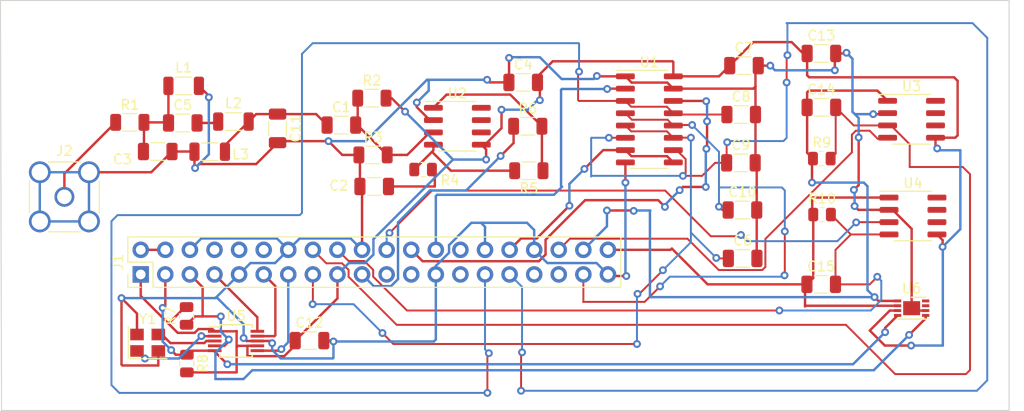
<source format=kicad_pcb>
(kicad_pcb (version 20211014) (generator pcbnew)
  (layers (0 "F.Cu" signal) (31 "B.Cu" signal) (34 "B.Paste" user) (35 "F.Paste" user) (36 "B.SilkS" user "B.Silkscreen") (37 "F.SilkS" user "F.Silkscreen") (38 "B.Mask" user) (39 "F.Mask" user) (44 "Edge.Cuts" user))
  (net 0 "")
  (net 1 "RFIN")
  (net 2 "Net-(C1-Pad2)")
  (net 3 "GND")
  (net 4 "Net-(C2-Pad2)")
  (net 5 "Net-(C3-Pad1)")
  (net 6 "+3V3")
  (net 7 "Net-(C5-Pad2)")
  (net 8 "MIXI+")
  (net 9 "MIXI-")
  (net 10 "MIXQ+")
  (net 11 "MIXQ-")
  (net 12 "Iout")
  (net 13 "I+")
  (net 14 "Qout")
  (net 15 "I-")
  (net 16 "+5V")
  (net 17 "I2C_SDA")
  (net 18 "I2C_SCL")
  (net 19 "CLK0")
  (net 22 "CLK1")
  (net 24 "CLK2")
  (net 25 "RFOUT")
  (net 27 "Q+")
  (net 29 "MIXCLK0")
  (net 30 "MIXCLK90")
  (net 35 "Q-")
  (net 36 "Net-(R4-Pad1)")
  (net 37 "Net-(R5-Pad1)")
  (net 38 "MIXIN")
  (net 39 "Net-(U5-Pad2)")
  (net 40 "Net-(U5-Pad3)")
  (net 43 "Net-(R1-Pad1)")
  (footprint "Crystal:Crystal_SMD_TXC_7M-4Pin_3.2x2.5mm" (layer "F.Cu") (at 87.98 114.18)
    (fp_text reference "Y1")
    (fp_text value "Crystal")
  )
  (footprint "Resistor_SMD:R_1206_3216Metric" (layer "F.Cu") (at 127.35 96.41 180)
    (fp_text reference "R5")
    (fp_text value "220")
  )
  (footprint "Capacitor_SMD:C_1206_3216Metric" (layer "F.Cu") (at 101.4 92.04 -90)
    (fp_text reference "C11")
    (fp_text value "16.50nF")
  )
  (footprint "Package_SO:SOIC-16_3.9x9.9mm_P1.27mm" (layer "F.Cu") (at 139.8 91.11)
    (fp_text reference "U1")
    (fp_text value "TS3A5017-phwllib")
  )
  (footprint "Capacitor_SMD:C_1206_3216Metric" (layer "F.Cu") (at 111.38 98.04)
    (fp_text reference "C2")
    (fp_text value "0.1uF")
  )
  (footprint "Package_SO:SOIC-8_3.9x4.9mm_P1.27mm" (layer "F.Cu") (at 167.03 101.09)
    (fp_text reference "U4")
    (fp_text value "bbb-rescue_THS4304-phwllib")
  )
  (footprint "Package_SO:SOIC-8_3.9x4.9mm_P1.27mm" (layer "F.Cu") (at 166.88 91.1)
    (fp_text reference "U3")
    (fp_text value "bbb-rescue_THS4304-phwllib")
  )
  (footprint "Resistor_SMD:R_0805_2012Metric" (layer "F.Cu") (at 116.43 96.29)
    (fp_text reference "R4")
    (fp_text value "47")
  )
  (footprint "Capacitor_SMD:C_1206_3216Metric" (layer "F.Cu") (at 157.57 89.87)
    (fp_text reference "C14")
    (fp_text value "3300pF")
  )
  (footprint "Inductor_SMD:L_1206_3216Metric" (layer "F.Cu") (at 94.39 94.45)
    (fp_text reference "L3")
    (fp_text value "30.90nH")
  )
  (footprint "Resistor_SMD:R_1206_3216Metric" (layer "F.Cu") (at 111.26 94.78)
    (fp_text reference "R3")
    (fp_text value "470")
  )
  (footprint "Capacitor_SMD:C_1206_3216Metric" (layer "F.Cu") (at 107.99 91.7)
    (fp_text reference "C1")
    (fp_text value "0.01uF")
  )
  (footprint "Capacitor_SMD:C_1206_3216Metric" (layer "F.Cu") (at 157.57 84.3)
    (fp_text reference "C13")
    (fp_text value "0.1uF")
  )
  (footprint "Resistor_SMD:R_0805_2012Metric" (layer "F.Cu") (at 157.64 100.94)
    (fp_text reference "R10")
    (fp_text value "10K")
  )
  (footprint "Capacitor_SMD:C_1206_3216Metric" (layer "F.Cu") (at 91.61 91.48)
    (fp_text reference "C5")
    (fp_text value "11.30pF")
  )
  (footprint "Inductor_SMD:L_1206_3216Metric" (layer "F.Cu") (at 91.7 87.65)
    (fp_text reference "L1")
    (fp_text value "30.90nH")
  )
  (footprint "Connector_Coaxial:SMA_Amphenol_132291-12_Vertical" (layer "F.Cu") (at 79.38 99.11)
    (fp_text reference "J2")
    (fp_text value "Conn_Coaxial")
  )
  (footprint "Resistor_SMD:R_0805_2012Metric" (layer "F.Cu") (at 157.61 95.16)
    (fp_text reference "R9")
    (fp_text value "10K")
  )
  (footprint "Capacitor_SMD:C_1206_3216Metric" (layer "F.Cu") (at 126.77 87.29)
    (fp_text reference "C4")
    (fp_text value "0.1uF")
  )
  (footprint "Inductor_SMD:L_1206_3216Metric" (layer "F.Cu") (at 96.84 91.34)
    (fp_text reference "L2")
    (fp_text value "45.30uH")
  )
  (footprint "Resistor_SMD:R_0805_2012Metric" (layer "F.Cu") (at 92.03 116.33 -90)
    (fp_text reference "R8")
    (fp_text value "4.7k")
  )
  (footprint "Resistor_SMD:R_1206_3216Metric" (layer "F.Cu") (at 111.14 88.92)
    (fp_text reference "R2")
    (fp_text value "470")
  )
  (footprint "Capacitor_SMD:C_1206_3216Metric" (layer "F.Cu") (at 149.415 100.47)
    (fp_text reference "C10")
    (fp_text value "0.1uF")
  )
  (footprint "Capacitor_SMD:C_1206_3216Metric" (layer "F.Cu") (at 149.285 90.61)
    (fp_text reference "C8")
    (fp_text value "0.1uF")
  )
  (footprint "Capacitor_SMD:C_1206_3216Metric" (layer "F.Cu") (at 157.55 108.15)
    (fp_text reference "C15")
    (fp_text value "3300pF")
  )
  (footprint "Package_DFN_QFN:DFN-8-1EP_3x2mm_P0.5mm_EP1.75x1.45mm" (layer "F.Cu") (at 166.89 110.61)
    (fp_text reference "U6")
    (fp_text value "MCP3426-xMC")
  )
  (footprint "Capacitor_SMD:C_1206_3216Metric" (layer "F.Cu") (at 89.02 94.43)
    (fp_text reference "C3")
    (fp_text value "16.50nF")
  )
  (footprint "Capacitor_SMD:C_1206_3216Metric" (layer "F.Cu") (at 149.255 95.6)
    (fp_text reference "C9")
    (fp_text value "0.1uF")
  )
  (footprint "Resistor_SMD:R_1206_3216Metric" (layer "F.Cu") (at 86.1375 91.42)
    (fp_text reference "R1")
    (fp_text value "50")
  )
  (footprint "Resistor_SMD:R_1206_3216Metric" (layer "F.Cu") (at 127.24 91.82)
    (fp_text reference "R6")
    (fp_text value "100")
  )
  (footprint "Resistor_SMD:R_0805_2012Metric" (layer "F.Cu") (at 92 111.41 90)
    (fp_text reference "R7")
    (fp_text value "4.7k")
  )
  (footprint "Capacitor_SMD:C_1206_3216Metric" (layer "F.Cu") (at 149.575 85.56)
    (fp_text reference "C7")
    (fp_text value "0.1uF")
  )
  (footprint "Capacitor_SMD:C_1206_3216Metric" (layer "F.Cu") (at 149.435 105.47)
    (fp_text reference "C6")
    (fp_text value "0.1uF")
  )
  (footprint "Package_SO:SOIC-8_3.9x4.9mm_P1.27mm" (layer "F.Cu") (at 119.97 91.82)
    (fp_text reference "U2")
    (fp_text value "THS4304-phwllib")
  )
  (footprint "Package_SO:MSOP-10_3x3mm_P0.5mm" (layer "F.Cu") (at 97.11 114)
    (fp_text reference "U5")
    (fp_text value "Si5351A-B-GT")
  )
  (footprint "Capacitor_SMD:C_1206_3216Metric" (layer "F.Cu") (at 104.7 113.96)
    (fp_text reference "C12")
    (fp_text value "0.1uF")
  )
  (footprint "Connector_PinHeader_2.54mm:PinHeader_2x20_P2.54mm_Vertical" (layer "F.Cu") (at 87.265 107.125 90)
    (fp_text reference "J1")
    (fp_text value "Conn_02x20_Odd_Even")
  )
  (gr_line (start 72.89 121.18) (end 176.96 121.18) (layer "Edge.Cuts") (width 0.1))
  (gr_line (start 176.96 121.18) (end 176.96 78.83) (layer "Edge.Cuts") (width 0.1))
  (gr_line (start 176.96 78.83) (end 72.78 78.83) (layer "Edge.Cuts") (width 0.1))
  (gr_line (start 72.78 78.83) (end 72.89 121.18) (layer "Edge.Cuts") (width 0.1))
  (segment (start 95.965 94.45) (end 95.965 93.79) (width 0.25) (layer "F.Cu") (net 1))
  (segment (start 99.19 90.565) (end 101.4 90.565) (width 0.25) (layer "F.Cu") (net 1))
  (segment (start 101.4 90.565) (end 105.38 90.565) (width 0.25) (layer "F.Cu") (net 1))
  (segment (start 95.965 93.79) (end 98.415 91.34) (width 0.25) (layer "F.Cu") (net 1))
  (segment (start 105.38 90.565) (end 106.515 91.7) (width 0.25) (layer "F.Cu") (net 1))
  (segment (start 98.415 91.34) (end 99.19 90.565) (width 0.25) (layer "F.Cu") (net 1))
  (segment (start 109.6775 88.92) (end 109.6775 91.4875) (width 0.25) (layer "F.Cu") (net 2))
  (segment (start 112.7225 94.78) (end 114.793928 94.78) (width 0.25) (layer "F.Cu") (net 2))
  (segment (start 109.465 91.7) (end 109.6425 91.7) (width 0.25) (layer "F.Cu") (net 2))
  (segment (start 117.118928 92.455) (end 117.495 92.455) (width 0.25) (layer "F.Cu") (net 2))
  (segment (start 109.6775 91.4875) (end 109.465 91.7) (width 0.25) (layer "F.Cu") (net 2))
  (segment (start 114.793928 94.78) (end 117.118928 92.455) (width 0.25) (layer "F.Cu") (net 2))
  (segment (start 109.6425 91.7) (end 112.7225 94.78) (width 0.25) (layer "F.Cu") (net 2))
  (segment (start 141.65048 87.31048) (end 137.97048 87.31048) (width 0.25) (layer "F.Cu") (net 3))
  (segment (start 109.905 98.04) (end 110.125 98.26) (width 0.25) (layer "F.Cu") (net 3))
  (segment (start 125.295 87.29) (end 123.31 87.29) (width 0.25) (layer "F.Cu") (net 3))
  (segment (start 99.31 114) (end 100.616393 114) (width 0.25) (layer "F.Cu") (net 3))
  (segment (start 135.69 107.29) (end 135.525 107.125) (width 0.25) (layer "F.Cu") (net 3))
  (segment (start 115.78 89.846072) (end 117.118928 91.185) (width 0.25) (layer "F.Cu") (net 3))
  (segment (start 137.325 95.555) (end 137.325 97.6345) (width 0.25) (layer "F.Cu") (net 3))
  (segment (start 94.3 88.83) (end 94.3 88.675) (width 0.25) (layer "F.Cu") (net 3))
  (segment (start 107.08 113.96) (end 107.17 114.05) (width 0.25) (layer "F.Cu") (net 3))
  (segment (start 150.89 105.45) (end 150.91 105.47) (width 0.25) (layer "F.Cu") (net 3))
  (segment (start 99.19048 95.72452) (end 93.29548 95.72452) (width 0.25) (layer "F.Cu") (net 3))
  (segment (start 93.29548 95.72452) (end 92.88 96.14) (width 0.25) (layer "F.Cu") (net 3))
  (segment (start 160.09 84.3) (end 160.16 84.23) (width 0.25) (layer "F.Cu") (net 3))
  (segment (start 150.76 85.85) (end 151.05 85.56) (width 0.25) (layer "F.Cu") (net 3))
  (segment (start 81.92 96.57) (end 88.355 96.57) (width 0.25) (layer "F.Cu") (net 3))
  (segment (start 159.045 84.3) (end 160.09 84.3) (width 0.25) (layer "F.Cu") (net 3))
  (segment (start 150.76 90.61) (end 150.76 95.57) (width 0.25) (layer "F.Cu") (net 3))
  (segment (start 150.89 95.76) (end 150.73 95.6) (width 0.25) (layer "F.Cu") (net 3))
  (segment (start 97.8945 113.7) (end 98.1945 114) (width 0.25) (layer "F.Cu") (net 3))
  (segment (start 150.545 87.935) (end 150.76 87.72) (width 0.25) (layer "F.Cu") (net 3))
  (segment (start 108.08 94.78) (end 109.7975 94.78) (width 0.25) (layer "F.Cu") (net 3))
  (segment (start 85.28 109.57) (end 85.28 116.43) (width 0.25) (layer "F.Cu") (net 3))
  (segment (start 109.7975 94.78) (end 109.905 94.8875) (width 0.25) (layer "F.Cu") (net 3))
  (segment (start 106.66 93.36) (end 108.08 94.78) (width 0.25) (layer "F.Cu") (net 3))
  (segment (start 164.555 100.455) (end 161.385 100.455) (width 0.25) (layer "F.Cu") (net 3))
  (segment (start 101.555 93.36) (end 101.4 93.515) (width 0.25) (layer "F.Cu") (net 3))
  (segment (start 88.355 96.57) (end 90.495 94.43) (width 0.25) (layer "F.Cu") (net 3))
  (segment (start 86.88 111.17) (end 86.88 113.33) (width 0.25) (layer "F.Cu") (net 3))
  (segment (start 90.495 94.43) (end 92.795 94.43) (width 0.25) (layer "F.Cu") (net 3))
  (segment (start 123.31 87.29) (end 123.04 87.02) (width 0.25) (layer "F.Cu") (net 3))
  (segment (start 85.28 109.57) (end 86.88 111.17) (width 0.25) (layer "F.Cu") (net 3))
  (segment (start 166.89 102.413928) (end 164.931072 100.455) (width 0.25) (layer "F.Cu") (net 3))
  (segment (start 85.38 116.53) (end 89.08 116.53) (width 0.25) (layer "F.Cu") (net 3))
  (segment (start 158.96 86.04) (end 158.96 84.385) (width 0.25) (layer "F.Cu") (net 3))
  (segment (start 92.815 96.075) (end 92.88 96.14) (width 0.25) (layer "F.Cu") (net 3))
  (segment (start 158.96 84.385) (end 159.045 84.3) (width 0.25) (layer "F.Cu") (net 3))
  (segment (start 98.1945 114) (end 99.31 114) (width 0.25) (layer "F.Cu") (net 3))
  (segment (start 100.616393 114) (end 100.840893 114.2245) (width 0.25) (layer "F.Cu") (net 3))
  (segment (start 161.385 100.455) (end 161 100.07) (width 0.25) (layer "F.Cu") (net 3))
  (segment (start 94.3 88.675) (end 93.275 87.65) (width 0.25) (layer "F.Cu") (net 3))
  (segment (start 89.08 116.53) (end 89.08 115.03) (width 0.25) (layer "F.Cu") (net 3))
  (segment (start 142.275 87.935) (end 141.65048 87.31048) (width 0.25) (layer "F.Cu") (net 3))
  (segment (start 150.89 100.47) (end 150.89 95.76) (width 0.25) (layer "F.Cu") (net 3))
  (segment (start 92.795 94.43) (end 92.815 94.45) (width 0.25) (layer "F.Cu") (net 3))
  (segment (start 125.31 87.275) (end 125.295 87.29) (width 0.25) (layer "F.Cu") (net 3))
  (segment (start 162.92 90.57) (end 164.3 90.57) (width 0.25) (layer "F.Cu") (net 3))
  (segment (start 151.05 85.56) (end 152.29 85.56) (width 0.25) (layer "F.Cu") (net 3))
  (segment (start 166.89 110.61) (end 166.89 102.413928) (width 0.25) (layer "F.Cu") (net 3))
  (segment (start 164.931072 100.455) (end 164.555 100.455) (width 0.25) (layer "F.Cu") (net 3))
  (segment (start 85.28 116.43) (end 85.38 116.53) (width 0.25) (layer "F.Cu") (net 3))
  (segment (start 167.14 110.86) (end 166.89 110.61) (width 0.25) (layer "F.Cu") (net 3))
  (segment (start 160.93 98.39) (end 161.42 97.9) (width 0.25) (layer "F.Cu") (net 3))
  (segment (start 150.76 95.57) (end 150.73 95.6) (width 0.25) (layer "F.Cu") (net 3))
  (segment (start 110.125 98.26) (end 110.125 104.585) (width 0.25) (layer "F.Cu") (net 3))
  (segment (start 92.815 94.45) (end 92.815 96.075) (width 0.25) (layer "F.Cu") (net 3))
  (segment (start 137.325 86.665) (end 134.415 86.665) (width 0.25) (layer "F.Cu") (net 3))
  (segment (start 137.325 97.6345) (end 137.33 97.6395) (width 0.25) (layer "F.Cu") (net 3))
  (segment (start 168.34 110.86) (end 167.14 110.86) (width 0.25) (layer "F.Cu") (net 3))
  (segment (start 142.275 87.935) (end 150.545 87.935) (width 0.25) (layer "F.Cu") (net 3))
  (segment (start 101.4 93.515) (end 99.19048 95.72452) (width 0.25) (layer "F.Cu") (net 3))
  (segment (start 106.175 113.96) (end 107.08 113.96) (width 0.25) (layer "F.Cu") (net 3))
  (segment (start 115.78 89.37) (end 115.78 89.846072) (width 0.25) (layer "F.Cu") (net 3))
  (segment (start 106.66 93.36) (end 101.555 93.36) (width 0.25) (layer "F.Cu") (net 3))
  (segment (start 137.42 107.29) (end 135.69 107.29) (width 0.25) (layer "F.Cu") (net 3))
  (segment (start 150.76 87.72) (end 150.76 85.85) (width 0.25) (layer "F.Cu") (net 3))
  (segment (start 109.905 94.8875) (end 109.905 98.04) (width 0.25) (layer "F.Cu") (net 3))
  (segment (start 117.118928 91.185) (end 117.495 91.185) (width 0.25) (layer "F.Cu") (net 3))
  (segment (start 161.42 97.9) (end 161.42 92.98) (width 0.25) (layer "F.Cu") (net 3))
  (segment (start 137.97048 87.31048) (end 137.325 86.665) (width 0.25) (layer "F.Cu") (net 3))
  (segment (start 134.415 86.665) (end 134.38 86.63) (width 0.25) (layer "F.Cu") (net 3))
  (segment (start 125.31 84.76) (end 125.31 87.275) (width 0.25) (layer "F.Cu") (net 3))
  (segment (start 150.89 100.47) (end 150.89 105.45) (width 0.25) (layer "F.Cu") (net 3))
  (segment (start 150.76 90.61) (end 150.76 87.72) (width 0.25) (layer "F.Cu") (net 3))
  (segment (start 164.3 90.57) (end 164.405 90.465) (width 0.25) (layer "F.Cu") (net 3))
  (via (at 152.29 85.56) (size 0.8) (drill 0.4) (layers "F.Cu" "B.Cu") (net 3))
  (via (at 160.16 84.23) (size 0.8) (drill 0.4) (layers "F.Cu" "B.Cu") (net 3))
  (via (at 134.38 86.63) (size 0.8) (drill 0.4) (layers "F.Cu" "B.Cu") (net 3))
  (via (at 107.17 114.05) (size 0.8) (drill 0.4) (layers "F.Cu" "B.Cu") (net 3))
  (via (at 123.04 87.02) (size 0.8) (drill 0.4) (layers "F.Cu" "B.Cu") (net 3))
  (via (at 115.78 89.37) (size 0.8) (drill 0.4) (layers "F.Cu" "B.Cu") (net 3))
  (via (at 137.33 97.6395) (size 0.8) (drill 0.4) (layers "F.Cu" "B.Cu") (net 3))
  (via (at 92.88 96.14) (size 0.8) (drill 0.4) (layers "F.Cu" "B.Cu") (net 3))
  (via (at 137.42 107.29) (size 0.8) (drill 0.4) (layers "F.Cu" "B.Cu") (net 3))
  (via (at 161 100.07) (size 0.8) (drill 0.4) (layers "F.Cu" "B.Cu") (net 3))
  (via (at 162.92 90.57) (size 0.8) (drill 0.4) (layers "F.Cu" "B.Cu") (net 3))
  (via (at 100.840893 114.2245) (size 0.8) (drill 0.4) (layers "F.Cu" "B.Cu") (net 3))
  (via (at 125.31 84.76) (size 0.8) (drill 0.4) (layers "F.Cu" "B.Cu") (net 3))
  (via (at 158.96 86.04) (size 0.8) (drill 0.4) (layers "F.Cu" "B.Cu") (net 3))
  (via (at 94.3 88.83) (size 0.8) (drill 0.4) (layers "F.Cu" "B.Cu") (net 3))
  (via (at 160.93 98.39) (size 0.8) (drill 0.4) (layers "F.Cu" "B.Cu") (net 3))
  (via (at 85.28 109.57) (size 0.8) (drill 0.4) (layers "F.Cu" "B.Cu") (net 3))
  (via (at 106.66 93.36) (size 0.8) (drill 0.4) (layers "F.Cu" "B.Cu") (net 3))
  (via (at 97.8945 113.7) (size 0.8) (drill 0.4) (layers "F.Cu" "B.Cu") (net 3))
  (via (at 161.42 92.98) (size 0.8) (drill 0.4) (layers "F.Cu" "B.Cu") (net 3))
  (segment (start 119.110489 104.098501) (end 121.41899 101.79) (width 0.25) (layer "B.Cu") (net 3))
  (segment (start 161 100.07) (end 161 98.46) (width 0.25) (layer "B.Cu") (net 3))
  (segment (start 123.04 87.02) (end 117.01 87.02) (width 0.25) (layer "B.Cu") (net 3))
  (segment (start 76.84 96.57) (end 76.84 101.65) (width 0.25) (layer "B.Cu") (net 3))
  (segment (start 95.085 109.465) (end 97.8945 112.2745) (width 0.25) (layer "B.Cu") (net 3))
  (segment (start 125.38 84.69) (end 125.31 84.76) (width 0.25) (layer "B.Cu") (net 3))
  (segment (start 160.16 84.23) (end 160.78 84.85) (width 0.25) (layer "B.Cu") (net 3))
  (segment (start 76.84 96.57) (end 81.92 96.57) (width 0.25) (layer "B.Cu") (net 3))
  (segment (start 117.01 87.02) (end 116.835386 87.02) (width 0.25) (layer "B.Cu") (net 3))
  (segment (start 117.745 107.125) (end 117.745 106.24601) (width 0.25) (layer "B.Cu") (net 3))
  (segment (start 130.82 86.94) (end 130.74 86.94) (width 0.25) (layer "B.Cu") (net 3))
  (segment (start 93.519511 103.410489) (end 101.330489 103.410489) (width 0.25) (layer "B.Cu") (net 3))
  (segment (start 117.745 106.24601) (end 119.110489 104.880521) (width 0.25) (layer "B.Cu") (net 3))
  (segment (start 152.77 86.04) (end 158.96 86.04) (width 0.25) (layer "B.Cu") (net 3))
  (segment (start 161.42 90.97) (end 161.02 90.57) (width 0.25) (layer "B.Cu") (net 3))
  (segment (start 117.01 87.02) (end 117.01 88.14) (width 0.25) (layer "B.Cu") (net 3))
  (segment (start 127.905 102.535) (end 127.16 101.79) (width 0.25) (layer "B.Cu") (net 3))
  (segment (start 137.33 107.2) (end 137.42 107.29) (width 0.25) (layer "B.Cu") (net 3))
  (segment (start 76.84 101.65) (end 81.92 101.65) (width 0.25) (layer "B.Cu") (net 3))
  (segment (start 110.495386 93.36) (end 106.66 93.36) (width 0.25) (layer "B.Cu") (net 3))
  (segment (start 134.350489 105.950489) (end 135.525 107.125) (width 0.25) (layer "B.Cu") (net 3))
  (segment (start 160.78 84.85) (end 160.78 90.33) (width 0.25) (layer "B.Cu") (net 3))
  (segment (start 121.41899 101.79) (end 122.58 101.79) (width 0.25) (layer "B.Cu") (net 3))
  (segment (start 98.599511 105.950489) (end 97.425 107.125) (width 0.25) (layer "B.Cu") (net 3))
  (segment (start 119.110489 104.880521) (end 119.110489 104.098501) (width 0.25) (layer "B.Cu") (net 3))
  (segment (start 160.78 90.33) (end 161.02 90.57) (width 0.25) (layer "B.Cu") (net 3))
  (segment (start 122.41 101.79) (end 122.825 102.205) (width 0.25) (layer "B.Cu") (net 3))
  (segment (start 92.88 96.14) (end 94.3 94.72) (width 0.25) (layer "B.Cu") (net 3))
  (segment (start 152.29 85.56) (end 152.77 86.04) (width 0.25) (layer "B.Cu") (net 3))
  (segment (start 103.679511 103.410489) (end 108.950489 103.410489) (width 0.25) (layer "B.Cu") (net 3))
  (segment (start 127.905 104.585) (end 129.270489 105.950489) (width 0.25) (layer "B.Cu") (net 3))
  (segment (start 134.07 86.94) (end 130.82 86.94) (width 0.25) (layer "B.Cu") (net 3))
  (segment (start 101.72 115.8) (end 107.11 115.8) (width 0.25) (layer "B.Cu") (net 3))
  (segment (start 134.38 86.63) (end 134.07 86.94) (width 0.25) (layer "B.Cu") (net 3))
  (segment (start 122.825 102.205) (end 122.825 104.585) (width 0.25) (layer "B.Cu") (net 3))
  (segment (start 117.54 114.05) (end 117.745 113.845) (width 0.25) (layer "B.Cu") (net 3))
  (segment (start 128.49 84.69) (end 125.38 84.69) (width 0.25) (layer "B.Cu") (net 3))
  (segment (start 94.98 109.57) (end 85.28 109.57) (width 0.25) (layer "B.Cu") (net 3))
  (segment (start 161 98.46) (end 160.93 98.39) (width 0.25) (layer "B.Cu") (net 3))
  (segment (start 102.505 104.585) (end 103.679511 103.410489) (width 0.25) (layer "B.Cu") (net 3))
  (segment (start 97.8945 112.2745) (end 97.8945 113.7) (width 0.25) (layer "B.Cu") (net 3))
  (segment (start 130.74 86.94) (end 128.49 84.69) (width 0.25) (layer "B.Cu") (net 3))
  (segment (start 117.01 88.14) (end 115.78 89.37) (width 0.25) (layer "B.Cu") (net 3))
  (segment (start 127.905 104.585) (end 127.905 102.535) (width 0.25) (layer "B.Cu") (net 3))
  (segment (start 107.17 114.05) (end 117.54 114.05) (width 0.25) (layer "B.Cu") (net 3))
  (segment (start 102.505 104.585) (end 101.139511 105.950489) (width 0.25) (layer "B.Cu") (net 3))
  (segment (start 95.085 109.465) (end 94.98 109.57) (width 0.25) (layer "B.Cu") (net 3))
  (segment (start 100.840893 114.2245) (end 100.840893 114.920893) (width 0.25) (layer "B.Cu") (net 3))
  (segment (start 108.950489 103.410489) (end 110.125 104.585) (width 0.25) (layer "B.Cu") (net 3))
  (segment (start 81.92 96.57) (end 81.92 101.65) (width 0.25) (layer "B.Cu") (net 3))
  (segment (start 107.11 115.8) (end 107.17 115.74) (width 0.25) (layer "B.Cu") (net 3))
  (segment (start 161.02 90.57) (end 162.92 90.57) (width 0.25) (layer "B.Cu") (net 3))
  (segment (start 117.745 113.845) (end 117.745 107.125) (width 0.25) (layer "B.Cu") (net 3))
  (segment (start 107.17 115.74) (end 107.17 114.05) (width 0.25) (layer "B.Cu") (net 3))
  (segment (start 161.42 92.98) (end 161.42 90.97) (width 0.25) (layer "B.Cu") (net 3))
  (segment (start 101.330489 103.410489) (end 102.505 104.585) (width 0.25) (layer "B.Cu") (net 3))
  (segment (start 97.425 107.125) (end 95.085 109.465) (width 0.25) (layer "B.Cu") (net 3))
  (segment (start 94.3 94.72) (end 94.3 88.83) (width 0.25) (layer "B.Cu") (net 3))
  (segment (start 116.835386 87.02) (end 110.495386 93.36) (width 0.25) (layer "B.Cu") (net 3))
  (segment (start 101.139511 105.950489) (end 98.599511 105.950489) (width 0.25) (layer "B.Cu") (net 3))
  (segment (start 137.33 97.6395) (end 137.33 107.2) (width 0.25) (layer "B.Cu") (net 3))
  (segment (start 92.345 104.585) (end 93.519511 103.410489) (width 0.25) (layer "B.Cu") (net 3))
  (segment (start 127.16 101.79) (end 122.41 101.79) (width 0.25) (layer "B.Cu") (net 3))
  (segment (start 100.840893 114.920893) (end 101.72 115.8) (width 0.25) (layer "B.Cu") (net 3))
  (segment (start 129.270489 105.950489) (end 134.350489 105.950489) (width 0.25) (layer "B.Cu") (net 3))
  (segment (start 117.64 98.04) (end 117.64 96.5875) (width 0.25) (layer "F.Cu") (net 4))
  (segment (start 117.64 96.5875) (end 117.3425 96.29) (width 0.25) (layer "F.Cu") (net 4))
  (segment (start 112.855 98.04) (end 117.64 98.04) (width 0.25) (layer "F.Cu") (net 4))
  (segment (start 90.075 91.42) (end 90.135 91.48) (width 0.25) (layer "F.Cu") (net 5))
  (segment (start 87.6 91.42) (end 90.075 91.42) (width 0.25) (layer "F.Cu") (net 5))
  (segment (start 90.125 87.65) (end 90.125 91.47) (width 0.25) (layer "F.Cu") (net 5))
  (segment (start 90.125 91.47) (end 90.135 91.48) (width 0.25) (layer "F.Cu") (net 5))
  (segment (start 87.6 91.42) (end 87.6 94.375) (width 0.25) (layer "F.Cu") (net 5))
  (segment (start 87.6 94.375) (end 87.545 94.43) (width 0.25) (layer "F.Cu") (net 5))
  (segment (start 154.5 83.13) (end 150.53 83.13) (width 0.25) (layer "F.Cu") (net 6))
  (segment (start 90.127693 112.202307) (end 91.084906 113.15952) (width 0.25) (layer "F.Cu") (net 6))
  (segment (start 169.355 93.935) (end 169.53 94.11) (width 0.25) (layer "F.Cu") (net 6))
  (segment (start 142.19 85.11) (end 142.275 85.195) (width 0.25) (layer "F.Cu") (net 6))
  (segment (start 97.17 117.22) (end 97.17 114.63) (width 0.25) (layer "F.Cu") (net 6))
  (segment (start 150.53 83.13) (end 148.1 85.56) (width 0.25) (layer "F.Cu") (net 6))
  (segment (start 98.310978 114.5) (end 98.285489 114.525489) (width 0.25) (layer "F.Cu") (net 6))
  (segment (start 128.49 87.535) (end 128.245 87.29) (width 0.25) (layer "F.Cu") (net 6))
  (segment (start 99.31 114.5) (end 98.310978 114.5) (width 0.25) (layer "F.Cu") (net 6))
  (segment (start 171.274511 86.764511) (end 171.64 87.13) (width 0.25) (layer "F.Cu") (net 6))
  (segment (start 92 110.4975) (end 91.8325 110.4975) (width 0.25) (layer "F.Cu") (net 6))
  (segment (start 156.304511 86.764511) (end 171.274511 86.764511) (width 0.25) (layer "F.Cu") (net 6))
  (segment (start 97.14 113) (end 94.91 113) (width 0.25) (layer "F.Cu") (net 6))
  (segment (start 164.63 110.86) (end 162.57 112.92) (width 0.25) (layer "F.Cu") (net 6))
  (segment (start 128.245 87.29) (end 128.245 86.685) (width 0.25) (layer "F.Cu") (net 6))
  (segment (start 92.03 117.2425) (end 97.1475 117.2425) (width 0.25) (layer "F.Cu") (net 6))
  (segment (start 102.087402 115.567212) (end 103.225 114.429614) (width 0.25) (layer "F.Cu") (net 6))
  (segment (start 156.095 84.3) (end 155.67 84.3) (width 0.25) (layer "F.Cu") (net 6))
  (segment (start 97.17 112.97) (end 97.14 113) (width 0.25) (layer "F.Cu") (net 6))
  (segment (start 99.31 114.5) (end 97.3 114.5) (width 0.25) (layer "F.Cu") (net 6))
  (segment (start 92.835866 113.15952) (end 93.229897 112.765489) (width 0.25) (layer "F.Cu") (net 6))
  (segment (start 146.995 86.665) (end 142.275 86.665) (width 0.25) (layer "F.Cu") (net 6))
  (segment (start 113.18 88.92) (end 114.57 90.31) (width 0.25) (layer "F.Cu") (net 6))
  (segment (start 171.64 92.76) (end 171.395 93.005) (width 0.25) (layer "F.Cu") (net 6))
  (segment (start 107.585 109.6) (end 103.225 113.96) (width 0.25) (layer "F.Cu") (net 6))
  (segment (start 98.285489 114.525489) (end 98.285489 115.474511) (width 0.25) (layer "F.Cu") (net 6))
  (segment (start 171.395 93.005) (end 169.355 93.005) (width 0.25) (layer "F.Cu") (net 6))
  (segment (start 148.1 85.56) (end 146.995 86.665) (width 0.25) (layer "F.Cu") (net 6))
  (segment (start 165.44 110.86) (end 164.63 110.86) (width 0.25) (layer "F.Cu") (net 6))
  (segment (start 91.084906 113.15952) (end 92.835866 113.15952) (width 0.25) (layer "F.Cu") (net 6))
  (segment (start 124.53 92.016072) (end 124.53 90.11) (width 0.25) (layer "F.Cu") (net 6))
  (segment (start 164.12 114.47) (end 166.84 114.47) (width 0.25) (layer "F.Cu") (net 6))
  (segment (start 122.445 93.725) (end 122.821072 93.725) (width 0.25) (layer "F.Cu") (net 6))
  (segment (start 103.225 114.429614) (end 103.225 113.96) (width 0.25) (layer "F.Cu") (net 6))
  (segment (start 162.57 112.92) (end 164.12 114.47) (width 0.25) (layer "F.Cu") (net 6))
  (segment (start 171.64 87.13) (end 171.64 92.76) (width 0.25) (layer "F.Cu") (net 6))
  (segment (start 112.6025 88.92) (end 113.18 88.92) (width 0.25) (layer "F.Cu") (net 6))
  (segment (start 107.585 107.125) (end 107.585 109.6) (width 0.25) (layer "F.Cu") (net 6))
  (segment (start 170.09 103.58) (end 169.505 102.995) (width 0.25) (layer "F.Cu") (net 6))
  (segment (start 170.09 104.28) (end 170.09 103.58) (width 0.25) (layer "F.Cu") (net 6))
  (segment (start 87.265 107.125) (end 87.265 109.339614) (width 0.25) (layer "F.Cu") (net 6))
  (segment (start 93.229897 112.765489) (end 94.675489 112.765489) (width 0.25) (layer "F.Cu") (net 6))
  (segment (start 87.265 109.339614) (end 90.127693 112.202307) (width 0.25) (layer "F.Cu") (net 6))
  (segment (start 97.1475 117.2425) (end 97.17 117.22) (width 0.25) (layer "F.Cu") (net 6))
  (segment (start 94.675489 112.765489) (end 94.91 113) (width 0.25) (layer "F.Cu") (net 6))
  (segment (start 122.94 94.22) (end 122.445 93.725) (width 0.25) (layer "F.Cu") (net 6))
  (segment (start 91.8325 110.4975) (end 90.127693 112.202307) (width 0.25) (layer "F.Cu") (net 6))
  (segment (start 97.3 114.5) (end 97.17 114.63) (width 0.25) (layer "F.Cu") (net 6))
  (segment (start 128.49 89.13) (end 128.49 87.535) (width 0.25) (layer "F.Cu") (net 6))
  (segment (start 155.67 84.3) (end 154.5 83.13) (width 0.25) (layer "F.Cu") (net 6))
  (segment (start 156.095 84.3) (end 156.095 86.555) (width 0.25) (layer "F.Cu") (net 6))
  (segment (start 122.94 95.26) (end 122.94 94.22) (width 0.25) (layer "F.Cu") (net 6))
  (segment (start 169.355 93.005) (end 169.355 93.935) (width 0.25) (layer "F.Cu") (net 6))
  (segment (start 129.82 85.11) (end 142.19 85.11) (width 0.25) (layer "F.Cu") (net 6))
  (segment (start 98.37819 115.567212) (end 102.087402 115.567212) (width 0.25) (layer "F.Cu") (net 6))
  (segment (start 122.821072 93.725) (end 124.53 92.016072) (width 0.25) (layer "F.Cu") (net 6))
  (segment (start 97.17 114.63) (end 97.17 112.97) (width 0.25) (layer "F.Cu") (net 6))
  (segment (start 128.245 86.685) (end 129.82 85.11) (width 0.25) (layer "F.Cu") (net 6))
  (segment (start 142.275 85.195) (end 142.275 86.665) (width 0.25) (layer "F.Cu") (net 6))
  (segment (start 156.095 86.555) (end 156.304511 86.764511) (width 0.25) (layer "F.Cu") (net 6))
  (segment (start 98.285489 115.474511) (end 98.37819 115.567212) (width 0.25) (layer "F.Cu") (net 6))
  (via (at 169.53 94.11) (size 0.8) (drill 0.4) (layers "F.Cu" "B.Cu") (net 6))
  (via (at 122.94 95.26) (size 0.8) (drill 0.4) (layers "F.Cu" "B.Cu") (net 6))
  (via (at 124.53 90.11) (size 0.8) (drill 0.4) (layers "F.Cu" "B.Cu") (net 6))
  (via (at 128.49 89.13) (size 0.8) (drill 0.4) (layers "F.Cu" "B.Cu") (net 6))
  (via (at 114.57 90.31) (size 0.8) (drill 0.4) (layers "F.Cu" "B.Cu") (net 6))
  (via (at 170.09 104.28) (size 0.8) (drill 0.4) (layers "F.Cu" "B.Cu") (net 6))
  (via (at 166.84 114.47) (size 0.8) (drill 0.4) (layers "F.Cu" "B.Cu") (net 6))
  (segment (start 124.53 90.11) (end 127.26 90.11) (width 0.25) (layer "B.Cu") (net 6))
  (segment (start 170.11 114.47) (end 170.11 104.3) (width 0.25) (layer "B.Cu") (net 6))
  (segment (start 127.26 90.11) (end 128.41 88.96) (width 0.25) (layer "B.Cu") (net 6))
  (segment (start 108.759511 105.950489) (end 107.585 107.125) (width 0.25) (layer "B.Cu") (net 6))
  (segment (start 111.299511 105.071499) (end 110.420521 105.950489) (width 0.25) (layer "B.Cu") (net 6))
  (segment (start 128.49 89.04) (end 128.49 89.13) (width 0.25) (layer "B.Cu") (net 6))
  (segment (start 166.84 114.47) (end 170.11 114.47) (width 0.25) (layer "B.Cu") (net 6))
  (segment (start 169.53 94.11) (end 169.72 94.3) (width 0.25) (layer "B.Cu") (net 6))
  (segment (start 171.92 102.45) (end 170.09 104.28) (width 0.25) (layer "B.Cu") (net 6))
  (segment (start 169.72 94.3) (end 171.92 94.3) (width 0.25) (layer "B.Cu") (net 6))
  (segment (start 110.420521 105.950489) (end 108.759511 105.950489) (width 0.25) (layer "B.Cu") (net 6))
  (segment (start 170.11 104.3) (end 170.09 104.28) (width 0.25) (layer "B.Cu") (net 6))
  (segment (start 171.92 94.3) (end 171.92 102.45) (width 0.25) (layer "B.Cu") (net 6))
  (segment (start 128.41 88.96) (end 128.49 89.04) (width 0.25) (layer "B.Cu") (net 6))
  (segment (start 119.52 95.26) (end 122.94 95.26) (width 0.25) (layer "B.Cu") (net 6))
  (segment (start 119.52 95.26) (end 111.299511 103.480489) (width 0.25) (layer "B.Cu") (net 6))
  (segment (start 114.57 90.31) (end 119.52 95.26) (width 0.25) (layer "B.Cu") (net 6))
  (segment (start 111.299511 103.480489) (end 111.299511 105.071499) (width 0.25) (layer "B.Cu") (net 6))
  (segment (start 93.085 91.48) (end 95.125 91.48) (width 0.25) (layer "F.Cu") (net 7))
  (segment (start 95.125 91.48) (end 95.265 91.34) (width 0.25) (layer "F.Cu") (net 7))
  (segment (start 105.045 110.175) (end 105.02 110.2) (width 0.2) (layer "F.Cu") (net 8))
  (segment (start 141.60452 92.34452) (end 142.275 93.015) (width 0.2) (layer "F.Cu") (net 8))
  (segment (start 142.29 93) (end 142.275 93.015) (width 0.2) (layer "F.Cu") (net 8))
  (segment (start 113.36 114.31) (end 138.52 114.31) (width 0.2) (layer "F.Cu") (net 8))
  (segment (start 137.92452 92.34452) (end 141.60452 92.34452) (width 0.2) (layer "F.Cu") (net 8))
  (segment (start 137.325 91.745) (end 137.92452 92.34452) (width 0.2) (layer "F.Cu") (net 8))
  (segment (start 105.045 107.125) (end 105.045 110.175) (width 0.2) (layer "F.Cu") (net 8))
  (segment (start 147.96 105.47) (end 146.76 105.47) (width 0.2) (layer "F.Cu") (net 8))
  (segment (start 138.58 109.13) (end 138.76 109.13) (width 0.2) (layer "F.Cu") (net 8))
  (segment (start 112.23 113.18) (end 113.36 114.31) (width 0.2) (layer "F.Cu") (net 8))
  (segment (start 144.09 93) (end 142.29 93) (width 0.2) (layer "F.Cu") (net 8))
  (segment (start 146.76 105.47) (end 146.71 105.42) (width 0.2) (layer "F.Cu") (net 8))
  (segment (start 138.76 109.13) (end 141.2 106.69) (width 0.2) (layer "F.Cu") (net 8))
  (via (at 112.23 113.18) (size 0.8) (drill 0.4) (layers "F.Cu" "B.Cu") (net 8))
  (via (at 105.02 110.2) (size 0.8) (drill 0.4) (layers "F.Cu" "B.Cu") (net 8))
  (via (at 144.09 93) (size 0.8) (drill 0.4) (layers "F.Cu" "B.Cu") (net 8))
  (via (at 146.71 105.42) (size 0.8) (drill 0.4) (layers "F.Cu" "B.Cu") (net 8))
  (via (at 138.52 114.31) (size 0.8) (drill 0.4) (layers "F.Cu" "B.Cu") (net 8))
  (via (at 138.58 109.13) (size 0.8) (drill 0.4) (layers "F.Cu" "B.Cu") (net 8))
  (via (at 141.2 106.69) (size 0.8) (drill 0.4) (layers "F.Cu" "B.Cu") (net 8))
  (segment (start 141.2 106.69) (end 144.09 103.8) (width 0.2) (layer "B.Cu") (net 8))
  (segment (start 138.52 109.19) (end 138.58 109.13) (width 0.2) (layer "B.Cu") (net 8))
  (segment (start 105.02 110.2) (end 109.25 110.2) (width 0.2) (layer "B.Cu") (net 8))
  (segment (start 138.52 114.31) (end 138.52 109.19) (width 0.2) (layer "B.Cu") (net 8))
  (segment (start 144.09 102.8) (end 144.09 93) (width 0.2) (layer "B.Cu") (net 8))
  (segment (start 146.71 105.42) (end 144.09 102.8) (width 0.2) (layer "B.Cu") (net 8))
  (segment (start 144.09 103.8) (end 144.09 102.8) (width 0.2) (layer "B.Cu") (net 8))
  (segment (start 109.25 110.2) (end 112.23 113.18) (width 0.2) (layer "B.Cu") (net 8))
  (segment (start 142.41 90.61) (end 142.275 90.475) (width 0.2) (layer "F.Cu") (net 9))
  (segment (start 132.44 89.12) (end 132.44 86.28) (width 0.2) (layer "F.Cu") (net 9))
  (segment (start 147.81 90.61) (end 142.41 90.61) (width 0.2) (layer "F.Cu") (net 9))
  (segment (start 141.60452 89.80452) (end 142.275 90.475) (width 0.2) (layer "F.Cu") (net 9))
  (segment (start 137.92452 89.80452) (end 141.60452 89.80452) (width 0.2) (layer "F.Cu") (net 9))
  (segment (start 123.07 115.41) (end 123.22 115.26) (width 0.2) (layer "F.Cu") (net 9))
  (segment (start 123.07 119.36) (end 123.07 115.41) (width 0.2) (layer "F.Cu") (net 9))
  (segment (start 137.325 89.205) (end 132.525 89.205) (width 0.2) (layer "F.Cu") (net 9))
  (segment (start 132.525 89.205) (end 132.44 89.12) (width 0.2) (layer "F.Cu") (net 9))
  (segment (start 132.44 86.28) (end 132.54 86.18) (width 0.2) (layer "F.Cu") (net 9))
  (segment (start 137.325 89.205) (end 137.92452 89.80452) (width 0.2) (layer "F.Cu") (net 9))
  (via (at 123.22 115.26) (size 0.8) (drill 0.4) (layers "F.Cu" "B.Cu") (net 9))
  (via (at 123.07 119.36) (size 0.8) (drill 0.4) (layers "F.Cu" "B.Cu") (net 9))
  (via (at 132.54 86.18) (size 0.8) (drill 0.4) (layers "F.Cu" "B.Cu") (net 9))
  (segment (start 132.54 83.29) (end 132.49 83.24) (width 0.2) (layer "B.Cu") (net 9))
  (segment (start 84.87 101) (end 84.24 101.63) (width 0.2) (layer "B.Cu") (net 9))
  (segment (start 103.69 101) (end 84.87 101) (width 0.2) (layer "B.Cu") (net 9))
  (segment (start 84.24 101.63) (end 84.24 118.55) (width 0.2) (layer "B.Cu") (net 9))
  (segment (start 132.54 86.18) (end 132.54 83.29) (width 0.2) (layer "B.Cu") (net 9))
  (segment (start 105.03 83.24) (end 104.03 84.24) (width 0.2) (layer "B.Cu") (net 9))
  (segment (start 122.825 114.865) (end 122.825 107.125) (width 0.2) (layer "B.Cu") (net 9))
  (segment (start 84.24 118.55) (end 85.05 119.36) (width 0.2) (layer "B.Cu") (net 9))
  (segment (start 104.03 84.24) (end 103.92 84.35) (width 0.2) (layer "B.Cu") (net 9))
  (segment (start 132.49 83.24) (end 105.03 83.24) (width 0.2) (layer "B.Cu") (net 9))
  (segment (start 103.92 100.77) (end 103.69 101) (width 0.2) (layer "B.Cu") (net 9))
  (segment (start 103.92 84.35) (end 103.92 100.77) (width 0.2) (layer "B.Cu") (net 9))
  (segment (start 123.22 115.26) (end 122.825 114.865) (width 0.2) (layer "B.Cu") (net 9))
  (segment (start 85.05 119.36) (end 123.07 119.36) (width 0.2) (layer "B.Cu") (net 9))
  (segment (start 126.55 115.27) (end 126.65 115.17) (width 0.2) (layer "F.Cu") (net 10))
  (segment (start 143.54952 95.218803) (end 143.54952 96.66048) (width 0.2) (layer "F.Cu") (net 10))
  (segment (start 137.32 93.01) (end 137.325 93.015) (width 0.2) (layer "F.Cu") (net 10))
  (segment (start 145.25 96.94) (end 143.27 96.94) (width 0.2) (layer "F.Cu") (net 10))
  (segment (start 147.78 95.6) (end 147.78 93.53) (width 0.2) (layer "F.Cu") (net 10))
  (segment (start 146.54 95.65) (end 145.25 96.94) (width 0.2) (layer "F.Cu") (net 10))
  (segment (start 143.54952 96.66048) (end 143.27 96.94) (width 0.2) (layer "F.Cu") (net 10))
  (segment (start 147.78 95.6) (end 146.59 95.6) (width 0.2) (layer "F.Cu") (net 10))
  (segment (start 147.78 93.53) (end 147.84 93.47) (width 0.2) (layer "F.Cu") (net 10))
  (segment (start 142.275 94.285) (end 142.615717 94.285) (width 0.2) (layer "F.Cu") (net 10))
  (segment (start 153.98 87.3) (end 153.98 84.56) (width 0.2) (layer "F.Cu") (net 10))
  (segment (start 142.615717 94.285) (end 143.54952 95.218803) (width 0.2) (layer "F.Cu") (net 10))
  (segment (start 135.62 93.01) (end 137.32 93.01) (width 0.2) (layer "F.Cu") (net 10))
  (segment (start 153.98 84.56) (end 154.06 84.48) (width 0.2) (layer "F.Cu") (net 10))
  (segment (start 126.55 119.14) (end 126.55 115.27) (width 0.2) (layer "F.Cu") (net 10))
  (segment (start 146.59 95.6) (end 146.54 95.65) (width 0.2) (layer "F.Cu") (net 10))
  (via (at 153.98 87.3) (size 0.8) (drill 0.4) (layers "F.Cu" "B.Cu") (net 10))
  (via (at 126.55 119.14) (size 0.8) (drill 0.4) (layers "F.Cu" "B.Cu") (net 10))
  (via (at 147.84 93.47) (size 0.8) (drill 0.4) (layers "F.Cu" "B.Cu") (net 10))
  (via (at 143.27 96.94) (size 0.8) (drill 0.4) (layers "F.Cu" "B.Cu") (net 10))
  (via (at 154.06 84.48) (size 0.8) (drill 0.4) (layers "F.Cu" "B.Cu") (net 10))
  (via (at 126.65 115.17) (size 0.8) (drill 0.4) (layers "F.Cu" "B.Cu") (net 10))
  (via (at 135.62 93.01) (size 0.8) (drill 0.4) (layers "F.Cu" "B.Cu") (net 10))
  (segment (start 174.7 118.07) (end 173.63 119.14) (width 0.2) (layer "B.Cu") (net 10))
  (segment (start 133.79 93.04) (end 133.82 93.01) (width 0.2) (layer "B.Cu") (net 10))
  (segment (start 126.65 115.17) (end 126.65 108.41) (width 0.2) (layer "B.Cu") (net 10))
  (segment (start 133.82 93.01) (end 135.62 93.01) (width 0.2) (layer "B.Cu") (net 10))
  (segment (start 133.79 97) (end 133.79 93.04) (width 0.2) (layer "B.Cu") (net 10))
  (segment (start 153.65 93.35) (end 153.98 93.02) (width 0.2) (layer "B.Cu") (net 10))
  (segment (start 173.18 81.17) (end 174.7 82.69) (width 0.2) (layer "B.Cu") (net 10))
  (segment (start 154.06 81.25) (end 153.98 81.17) (width 0.2) (layer "B.Cu") (net 10))
  (segment (start 126.65 108.41) (end 125.365 107.125) (width 0.2) (layer "B.Cu") (net 10))
  (segment (start 147.84 93.47) (end 147.96 93.35) (width 0.2) (layer "B.Cu") (net 10))
  (segment (start 143.27 96.94) (end 133.85 96.94) (width 0.2) (layer "B.Cu") (net 10))
  (segment (start 153.98 93.02) (end 153.98 87.3) (width 0.2) (layer "B.Cu") (net 10))
  (segment (start 154.06 84.48) (end 154.06 81.25) (width 0.2) (layer "B.Cu") (net 10))
  (segment (start 133.85 96.94) (end 133.79 97) (width 0.2) (layer "B.Cu") (net 10))
  (segment (start 174.7 82.69) (end 174.7 118.07) (width 0.2) (layer "B.Cu") (net 10))
  (segment (start 147.96 93.35) (end 153.65 93.35) (width 0.2) (layer "B.Cu") (net 10))
  (segment (start 173.63 119.14) (end 126.55 119.14) (width 0.2) (layer "B.Cu") (net 10))
  (segment (start 153.98 81.17) (end 173.18 81.17) (width 0.2) (layer "B.Cu") (net 10))
  (segment (start 140.91 108.36) (end 139.31 109.96) (width 0.2) (layer "F.Cu") (net 11))
  (segment (start 132.97 109.96) (end 132.985 109.945) (width 0.2) (layer "F.Cu") (net 11))
  (segment (start 132.985 109.945) (end 132.985 107.125) (width 0.2) (layer "F.Cu") (net 11))
  (segment (start 141.67548 91.14548) (end 137.99548 91.14548) (width 0.2) (layer "F.Cu") (net 11))
  (segment (start 142.33 91.69) (end 142.275 91.745) (width 0.2) (layer "F.Cu") (net 11))
  (segment (start 153.79 102.68) (end 153.79 107.19) (width 0.2) (layer "F.Cu") (net 11))
  (segment (start 142.275 91.745) (end 141.67548 91.14548) (width 0.2) (layer "F.Cu") (net 11))
  (segment (start 147.94 100.47) (end 147.33 100.47) (width 0.2) (layer "F.Cu") (net 11))
  (segment (start 144.22 91.69) (end 142.33 91.69) (width 0.2) (layer "F.Cu") (net 11))
  (segment (start 137.99548 91.14548) (end 137.325 90.475) (width 0.2) (layer "F.Cu") (net 11))
  (segment (start 147.33 100.47) (end 146.99 100.13) (width 0.2) (layer "F.Cu") (net 11))
  (segment (start 139.31 109.96) (end 132.97 109.96) (width 0.2) (layer "F.Cu") (net 11))
  (segment (start 153.79 107.19) (end 153.76 107.22) (width 0.2) (layer "F.Cu") (net 11))
  (via (at 153.76 107.22) (size 0.8) (drill 0.4) (layers "F.Cu" "B.Cu") (net 11))
  (via (at 146.99 100.13) (size 0.8) (drill 0.4) (layers "F.Cu" "B.Cu") (net 11))
  (via (at 144.22 91.69) (size 0.8) (drill 0.4) (layers "F.Cu" "B.Cu") (net 11))
  (via (at 140.91 108.36) (size 0.8) (drill 0.4) (layers "F.Cu" "B.Cu") (net 11))
  (via (at 153.79 102.68) (size 0.8) (drill 0.4) (layers "F.Cu" "B.Cu") (net 11))
  (segment (start 153.62 107.36) (end 142.48 107.36) (width 0.2) (layer "B.Cu") (net 11))
  (segment (start 153.59 98.25) (end 153.79 98.45) (width 0.2) (layer "B.Cu") (net 11))
  (segment (start 146.99 98.14) (end 146.99 94.46) (width 0.2) (layer "B.Cu") (net 11))
  (segment (start 153.79 98.45) (end 153.79 102.68) (width 0.2) (layer "B.Cu") (net 11))
  (segment (start 146.99 94.46) (end 144.22 91.69) (width 0.2) (layer "B.Cu") (net 11))
  (segment (start 153.76 107.22) (end 153.62 107.36) (width 0.2) (layer "B.Cu") (net 11))
  (segment (start 146.99 100.13) (end 146.99 98.14) (width 0.2) (layer "B.Cu") (net 11))
  (segment (start 142.48 107.36) (end 141.91 107.36) (width 0.2) (layer "B.Cu") (net 11))
  (segment (start 153.48 98.14) (end 153.59 98.25) (width 0.2) (layer "B.Cu") (net 11))
  (segment (start 146.99 98.14) (end 153.48 98.14) (width 0.2) (layer "B.Cu") (net 11))
  (segment (start 141.91 107.36) (end 140.91 108.36) (width 0.2) (layer "B.Cu") (net 11))
  (segment (start 163.35 88.14) (end 164.405 89.195) (width 0.25) (layer "F.Cu") (net 12))
  (segment (start 163.4455 109.86) (end 163.0555 109.47) (width 0.25) (layer "F.Cu") (net 12))
  (segment (start 156.095 94.5575) (end 156.6975 95.16) (width 0.25) (layer "F.Cu") (net 12))
  (segment (start 136.47 100.52) (end 135.42 100.52) (width 0.25) (layer "F.Cu") (net 12))
  (segment (start 156.095 89.87) (end 156.095 94.5575) (width 0.25) (layer "F.Cu") (net 12))
  (segment (start 138.18 100.56) (end 138.14 100.52) (width 0.25) (layer "F.Cu") (net 12))
  (segment (start 156.095 89.87) (end 156.095 88.325) (width 0.25) (layer "F.Cu") (net 12))
  (segment (start 156.28 88.14) (end 163.35 88.14) (width 0.25) (layer "F.Cu") (net 12))
  (segment (start 138.14 100.52) (end 136.47 100.52) (width 0.25) (layer "F.Cu") (net 12))
  (segment (start 156.6 97.64) (end 156.6 95.2575) (width 0.25) (layer "F.Cu") (net 12))
  (segment (start 165.44 109.86) (end 163.4455 109.86) (width 0.25) (layer "F.Cu") (net 12))
  (segment (start 156.6 95.2575) (end 156.6975 95.16) (width 0.25) (layer "F.Cu") (net 12))
  (segment (start 156.095 88.325) (end 156.28 88.14) (width 0.25) (layer "F.Cu") (net 12))
  (via (at 135.42 100.52) (size 0.8) (drill 0.4) (layers "F.Cu" "B.Cu") (net 12))
  (via (at 138.18 100.56) (size 0.8) (drill 0.4) (layers "F.Cu" "B.Cu") (net 12))
  (via (at 163.0555 109.47) (size 0.8) (drill 0.4) (layers "F.Cu" "B.Cu") (net 12))
  (via (at 156.6 97.64) (size 0.8) (drill 0.4) (layers "F.Cu" "B.Cu") (net 12))
  (segment (start 161.95 97.64) (end 156.6 97.64) (width 0.25) (layer "B.Cu") (net 12))
  (segment (start 138.22 100.52) (end 138.18 100.56) (width 0.25) (layer "B.Cu") (net 12))
  (segment (start 139.86 109.39) (end 139.86 100.56) (width 0.25) (layer "B.Cu") (net 12))
  (segment (start 162.33 108.7445) (end 162.33 98.02) (width 0.25) (layer "B.Cu") (net 12))
  (segment (start 139.9 100.52) (end 138.22 100.52) (width 0.25) (layer "B.Cu") (net 12))
  (segment (start 135.42 102.15) (end 132.985 104.585) (width 0.25) (layer "B.Cu") (net 12))
  (segment (start 163.0555 109.47) (end 162.33 108.7445) (width 0.25) (layer "B.Cu") (net 12))
  (segment (start 139.86 100.56) (end 139.9 100.52) (width 0.25) (layer "B.Cu") (net 12))
  (segment (start 139.94 109.47) (end 139.86 109.39) (width 0.25) (layer "B.Cu") (net 12))
  (segment (start 162.33 98.02) (end 161.95 97.64) (width 0.25) (layer "B.Cu") (net 12))
  (segment (start 163.0555 109.47) (end 139.94 109.47) (width 0.25) (layer "B.Cu") (net 12))
  (segment (start 135.42 100.52) (end 135.42 102.15) (width 0.25) (layer "B.Cu") (net 12))
  (segment (start 106.435489 105.975489) (end 108.061144 105.975489) (width 0.2) (layer "F.Cu") (net 13))
  (segment (start 105.045 104.585) (end 106.435489 105.975489) (width 0.2) (layer "F.Cu") (net 13))
  (segment (start 159.045 89.87) (end 159.045 94.6375) (width 0.2) (layer "F.Cu") (net 13))
  (segment (start 166.69 96.03) (end 166.69 93.679283) (width 0.2) (layer "F.Cu") (net 13))
  (segment (start 166.69 93.679283) (end 164.745717 91.735) (width 0.2) (layer "F.Cu") (net 13))
  (segment (start 164.745717 91.735) (end 164.405 91.735) (width 0.2) (layer "F.Cu") (net 13))
  (segment (start 159.045 89.87) (end 160.91 91.735) (width 0.2) (layer "F.Cu") (net 13))
  (segment (start 160.91 91.735) (end 164.405 91.735) (width 0.2) (layer "F.Cu") (net 13))
  (segment (start 172.92 96.77) (end 172.18 96.03) (width 0.2) (layer "F.Cu") (net 13))
  (segment (start 108.734511 106.648856) (end 108.734511 107.364511) (width 0.2) (layer "F.Cu") (net 13))
  (segment (start 172.5 117.42) (end 172.92 117) (width 0.2) (layer "F.Cu") (net 13))
  (segment (start 108.734511 107.364511) (end 113.7 112.33) (width 0.2) (layer "F.Cu") (net 13))
  (segment (start 113.7 112.33) (end 160.1 112.33) (width 0.2) (layer "F.Cu") (net 13))
  (segment (start 108.061144 105.975489) (end 108.734511 106.648856) (width 0.2) (layer "F.Cu") (net 13))
  (segment (start 165.19 117.42) (end 172.5 117.42) (width 0.2) (layer "F.Cu") (net 13))
  (segment (start 160.1 112.33) (end 165.19 117.42) (width 0.2) (layer "F.Cu") (net 13))
  (segment (start 172.92 117) (end 172.92 96.77) (width 0.2) (layer "F.Cu") (net 13))
  (segment (start 159.045 94.6375) (end 158.5225 95.16) (width 0.2) (layer "F.Cu") (net 13))
  (segment (start 172.18 96.03) (end 166.69 96.03) (width 0.2) (layer "F.Cu") (net 13))
  (segment (start 142.12 104.45) (end 141.985 104.585) (width 0.25) (layer "F.Cu") (net 14))
  (segment (start 156.62 100.8325) (end 156.7275 100.94) (width 0.25) (layer "F.Cu") (net 14))
  (segment (start 156.62 99.25) (end 156.62 100.8325) (width 0.25) (layer "F.Cu") (net 14))
  (segment (start 155.88 110.43) (end 155.88 108.345) (width 0.25) (layer "F.Cu") (net 14))
  (segment (start 155.95 110.36) (end 155.88 110.43) (width 0.25) (layer "F.Cu") (net 14))
  (segment (start 155.88 108.345) (end 156.075 108.15) (width 0.25) (layer "F.Cu") (net 14))
  (segment (start 145.82 108.15) (end 142.12 104.45) (width 0.25) (layer "F.Cu") (net 14))
  (segment (start 164.555 99.185) (end 156.685 99.185) (width 0.25) (layer "F.Cu") (net 14))
  (segment (start 156.685 99.185) (end 156.62 99.25) (width 0.25) (layer "F.Cu") (net 14))
  (segment (start 156.7275 100.94) (end 156.7275 107.4975) (width 0.25) (layer "F.Cu") (net 14))
  (segment (start 141.985 104.585) (end 135.525 104.585) (width 0.25) (layer "F.Cu") (net 14))
  (segment (start 156.7275 107.4975) (end 156.075 108.15) (width 0.25) (layer "F.Cu") (net 14))
  (segment (start 156.075 108.15) (end 145.82 108.15) (width 0.25) (layer "F.Cu") (net 14))
  (segment (start 165.44 110.36) (end 155.95 110.36) (width 0.25) (layer "F.Cu") (net 14))
  (segment (start 111.274511 106.648856) (end 111.274511 107.360166) (width 0.2) (layer "F.Cu") (net 15))
  (segment (start 162.56 108.15) (end 159.025 108.15) (width 0.2) (layer "F.Cu") (net 15))
  (segment (start 108.734511 105.734511) (end 110.360166 105.734511) (width 0.2) (layer "F.Cu") (net 15))
  (segment (start 111.274511 107.360166) (end 114.764345 110.85) (width 0.2) (layer "F.Cu") (net 15))
  (segment (start 159.025 108.15) (end 159.025 104.585) (width 0.2) (layer "F.Cu") (net 15))
  (segment (start 160.6075 102.995) (end 160.615 102.995) (width 0.2) (layer "F.Cu") (net 15))
  (segment (start 159.025 104.585) (end 160.615 102.995) (width 0.2) (layer "F.Cu") (net 15))
  (segment (start 110.360166 105.734511) (end 111.274511 106.648856) (width 0.2) (layer "F.Cu") (net 15))
  (segment (start 158.5525 100.94) (end 160.6075 102.995) (width 0.2) (layer "F.Cu") (net 15))
  (segment (start 163.34 107.37) (end 162.56 108.15) (width 0.2) (layer "F.Cu") (net 15))
  (segment (start 107.585 104.585) (end 108.734511 105.734511) (width 0.2) (layer "F.Cu") (net 15))
  (segment (start 114.764345 110.85) (end 153.23 110.85) (width 0.2) (layer "F.Cu") (net 15))
  (segment (start 160.615 102.995) (end 164.555 102.995) (width 0.2) (layer "F.Cu") (net 15))
  (via (at 153.23 110.85) (size 0.8) (drill 0.4) (layers "F.Cu" "B.Cu") (net 15))
  (via (at 163.34 107.37) (size 0.8) (drill 0.4) (layers "F.Cu" "B.Cu") (net 15))
  (segment (start 162.664759 110.85) (end 163.755011 109.759748) (width 0.2) (layer "B.Cu") (net 15))
  (segment (start 153.23 110.85) (end 162.664759 110.85) (width 0.2) (layer "B.Cu") (net 15))
  (segment (start 163.755011 107.785011) (end 163.34 107.37) (width 0.2) (layer "B.Cu") (net 15))
  (segment (start 163.755011 109.759748) (end 163.755011 107.785011) (width 0.2) (layer "B.Cu") (net 15))
  (segment (start 87.265 104.585) (end 89.805 104.585) (width 0.25) (layer "F.Cu") (net 16))
  (segment (start 94.91 115) (end 94.91 115.1) (width 0.25) (layer "F.Cu") (net 17))
  (segment (start 164.15 113.09) (end 164.15 112.65) (width 0.25) (layer "F.Cu") (net 17))
  (segment (start 92.4475 115) (end 94.91 115) (width 0.25) (layer "F.Cu") (net 17))
  (segment (start 89.53 110.58) (end 89.805 110.305) (width 0.25) (layer "F.Cu") (net 17))
  (segment (start 90.888489 115.4175) (end 90.41 114.939011) (width 0.25) (layer "F.Cu") (net 17))
  (segment (start 89.805 110.305) (end 89.805 107.125) (width 0.25) (layer "F.Cu") (net 17))
  (segment (start 94.91 115.1) (end 96.21 116.4) (width 0.25) (layer "F.Cu") (net 17))
  (segment (start 92.03 115.4175) (end 92.4475 115) (width 0.25) (layer "F.Cu") (net 17))
  (segment (start 92.03 115.4175) (end 90.888489 115.4175) (width 0.25) (layer "F.Cu") (net 17))
  (segment (start 164.15 112.65) (end 165.44 111.36) (width 0.25) (layer "F.Cu") (net 17))
  (via (at 90.41 114.939011) (size 0.8) (drill 0.4) (layers "F.Cu" "B.Cu") (net 17))
  (via (at 89.53 110.58) (size 0.8) (drill 0.4) (layers "F.Cu" "B.Cu") (net 17))
  (via (at 164.15 113.09) (size 0.8) (drill 0.4) (layers "F.Cu" "B.Cu") (net 17))
  (via (at 96.21 116.4) (size 0.8) (drill 0.4) (layers "F.Cu" "B.Cu") (net 17))
  (segment (start 160.84 116.4) (end 164.15 113.09) (width 0.25) (layer "B.Cu") (net 17))
  (segment (start 89.53 114.059011) (end 89.53 110.58) (width 0.25) (layer "B.Cu") (net 17))
  (segment (start 96.21 116.4) (end 160.84 116.4) (width 0.25) (layer "B.Cu") (net 17))
  (segment (start 90.41 114.939011) (end 89.53 114.059011) (width 0.25) (layer "B.Cu") (net 17))
  (segment (start 92.345 107.125) (end 93.66 108.44) (width 0.25) (layer "F.Cu") (net 18))
  (segment (start 92.8625 111.46) (end 93.66 111.46) (width 0.25) (layer "F.Cu") (net 18))
  (segment (start 96.36 114.049022) (end 95.909022 114.5) (width 0.25) (layer "F.Cu") (net 18))
  (segment (start 93.66 108.44) (end 93.66 111.46) (width 0.25) (layer "F.Cu") (net 18))
  (segment (start 93.66 111.46) (end 95.54 111.46) (width 0.25) (layer "F.Cu") (net 18))
  (segment (start 95.909022 114.5) (end 94.91 114.5) (width 0.25) (layer "F.Cu") (net 18))
  (segment (start 92 112.3225) (end 92.8625 111.46) (width 0.25) (layer "F.Cu") (net 18))
  (segment (start 166.63 113.37) (end 168.34 111.66) (width 0.25) (layer "F.Cu") (net 18))
  (segment (start 168.34 111.66) (end 168.34 111.36) (width 0.25) (layer "F.Cu") (net 18))
  (segment (start 96.36 113.85) (end 96.36 114.049022) (width 0.25) (layer "F.Cu") (net 18))
  (via (at 95.54 111.46) (size 0.8) (drill 0.4) (layers "F.Cu" "B.Cu") (net 18))
  (via (at 166.63 113.37) (size 0.8) (drill 0.4) (layers "F.Cu" "B.Cu") (net 18))
  (via (at 96.36 113.85) (size 0.8) (drill 0.4) (layers "F.Cu" "B.Cu") (net 18))
  (segment (start 98.79 117.02) (end 162.98 117.02) (width 0.25) (layer "B.Cu") (net 18))
  (segment (start 162.98 117.02) (end 166.63 113.37) (width 0.25) (layer "B.Cu") (net 18))
  (segment (start 95.54 113.03) (end 96.36 113.85) (width 0.25) (layer "B.Cu") (net 18))
  (segment (start 95.54 111.46) (end 95.54 113.03) (width 0.25) (layer "B.Cu") (net 18))
  (segment (start 97.88 117.93) (end 98.79 117.02) (width 0.25) (layer "B.Cu") (net 18))
  (segment (start 94.98 115.23) (end 94.98 117.93) (width 0.25) (layer "B.Cu") (net 18))
  (segment (start 96.36 113.85) (end 94.98 115.23) (width 0.25) (layer "B.Cu") (net 18))
  (segment (start 94.98 117.93) (end 97.88 117.93) (width 0.25) (layer "B.Cu") (net 18))
  (segment (start 99.31 113) (end 99.31 111.55) (width 0.25) (layer "F.Cu") (net 19))
  (segment (start 99.31 111.55) (end 94.885 107.125) (width 0.25) (layer "F.Cu") (net 19))
  (segment (start 101.17 108.33) (end 99.965 107.125) (width 0.25) (layer "F.Cu") (net 22))
  (segment (start 101.07 113.5) (end 101.17 113.4) (width 0.25) (layer "F.Cu") (net 22))
  (segment (start 101.17 113.4) (end 101.17 108.33) (width 0.25) (layer "F.Cu") (net 22))
  (segment (start 99.31 113.5) (end 101.07 113.5) (width 0.25) (layer "F.Cu") (net 22))
  (segment (start 101.63 115) (end 101.787299 114.842701) (width 0.25) (layer "F.Cu") (net 24))
  (segment (start 99.31 115) (end 101.63 115) (width 0.25) (layer "F.Cu") (net 24))
  (via (at 101.787299 114.842701) (size 0.8) (drill 0.4) (layers "F.Cu" "B.Cu") (net 24))
  (segment (start 102.505 114.125) (end 102.505 107.125) (width 0.25) (layer "B.Cu") (net 24))
  (segment (start 101.787299 114.842701) (end 102.505 114.125) (width 0.25) (layer "B.Cu") (net 24))
  (segment (start 125.7775 93.5525) (end 124.44 94.89) (width 0.25) (layer "F.Cu") (net 25))
  (segment (start 125.7775 91.82) (end 125.7775 93.5525) (width 0.25) (layer "F.Cu") (net 25))
  (via (at 124.44 94.89) (size 0.8) (drill 0.4) (layers "F.Cu" "B.Cu") (net 25))
  (segment (start 120.87952 98.45048) (end 117.13851 98.45048) (width 0.25) (layer "B.Cu") (net 25))
  (segment (start 113.839511 101.749479) (end 113.839511 107.611499) (width 0.25) (layer "B.Cu") (net 25))
  (segment (start 124.44 94.89) (end 120.87952 98.45048) (width 0.25) (layer "B.Cu") (net 25))
  (segment (start 111.34 108.34) (end 110.125 107.125) (width 0.25) (layer "B.Cu") (net 25))
  (segment (start 117.13851 98.45048) (end 113.839511 101.749479) (width 0.25) (layer "B.Cu") (net 25))
  (segment (start 113.839511 107.611499) (end 113.11101 108.34) (width 0.25) (layer "B.Cu") (net 25))
  (segment (start 113.11101 108.34) (end 111.34 108.34) (width 0.25) (layer "B.Cu") (net 25))
  (segment (start 146.15 103.18) (end 149.13 103.18) (width 0.2) (layer "F.Cu") (net 27))
  (segment (start 161.185 101.725) (end 164.555 101.725) (width 0.2) (layer "F.Cu") (net 27))
  (segment (start 117.340078 98.46452) (end 141.43452 98.46452) (width 0.2) (layer "F.Cu") (net 27))
  (segment (start 149.13 103.18) (end 149.26 103.05) (width 0.2) (layer "F.Cu") (net 27))
  (segment (start 141.43452 98.46452) (end 146.15 103.18) (width 0.2) (layer "F.Cu") (net 27))
  (segment (start 112.962299 102.842299) (end 117.340078 98.46452) (width 0.2) (layer "F.Cu") (net 27))
  (segment (start 161.16 101.75) (end 161.185 101.725) (width 0.2) (layer "F.Cu") (net 27))
  (via (at 149.26 103.05) (size 0.8) (drill 0.4) (layers "F.Cu" "B.Cu") (net 27))
  (via (at 112.962299 102.842299) (size 0.8) (drill 0.4) (layers "F.Cu" "B.Cu") (net 27))
  (via (at 161.16 101.75) (size 0.8) (drill 0.4) (layers "F.Cu" "B.Cu") (net 27))
  (segment (start 159.220489 103.689511) (end 161.16 101.75) (width 0.2) (layer "B.Cu") (net 27))
  (segment (start 112.665 103.139598) (end 112.962299 102.842299) (width 0.2) (layer "B.Cu") (net 27))
  (segment (start 112.665 104.585) (end 112.665 103.139598) (width 0.2) (layer "B.Cu") (net 27))
  (segment (start 149.26 103.05) (end 149.899511 103.689511) (width 0.2) (layer "B.Cu") (net 27))
  (segment (start 149.899511 103.689511) (end 159.220489 103.689511) (width 0.2) (layer "B.Cu") (net 27))
  (segment (start 145.645 89.205) (end 142.275 89.205) (width 0.25) (layer "F.Cu") (net 29))
  (segment (start 133.164819 99.455181) (end 140.715181 99.455181) (width 0.25) (layer "F.Cu") (net 29))
  (segment (start 129.079511 103.540489) (end 133.164819 99.455181) (width 0.25) (layer "F.Cu") (net 29))
  (segment (start 143.26 98.09) (end 145.63 98.09) (width 0.25) (layer "F.Cu") (net 29))
  (segment (start 142.93 98.42) (end 143.26 98.09) (width 0.25) (layer "F.Cu") (net 29))
  (segment (start 128.391499 105.759511) (end 129.079511 105.071499) (width 0.25) (layer "F.Cu") (net 29))
  (segment (start 145.690378 94.149622) (end 145.76 94.08) (width 0.25) (layer "F.Cu") (net 29))
  (segment (start 145.67 89.23) (end 145.645 89.205) (width 0.25) (layer "F.Cu") (net 29))
  (segment (start 140.715181 99.455181) (end 141.41 100.15) (width 0.25) (layer "F.Cu") (net 29))
  (segment (start 129.079511 105.071499) (end 129.079511 103.540489) (width 0.25) (layer "F.Cu") (net 29))
  (segment (start 145.76 94.08) (end 145.76 91.3095) (width 0.25) (layer "F.Cu") (net 29))
  (segment (start 115.205 104.585) (end 116.379511 105.759511) (width 0.25) (layer "F.Cu") (net 29))
  (segment (start 116.379511 105.759511) (end 128.391499 105.759511) (width 0.25) (layer "F.Cu") (net 29))
  (via (at 142.93 98.42) (size 0.8) (drill 0.4) (layers "F.Cu" "B.Cu") (net 29))
  (via (at 141.41 100.15) (size 0.8) (drill 0.4) (layers "F.Cu" "B.Cu") (net 29))
  (via (at 145.690378 94.149622) (size 0.8) (drill 0.4) (layers "F.Cu" "B.Cu") (net 29))
  (via (at 145.63 98.09) (size 0.8) (drill 0.4) (layers "F.Cu" "B.Cu") (net 29))
  (via (at 145.76 91.3095) (size 0.8) (drill 0.4) (layers "F.Cu" "B.Cu") (net 29))
  (via (at 145.67 89.23) (size 0.8) (drill 0.4) (layers "F.Cu" "B.Cu") (net 29))
  (segment (start 145.63 94.21) (end 145.690378 94.149622) (width 0.25) (layer "B.Cu") (net 29))
  (segment (start 145.76 89.32) (end 145.67 89.23) (width 0.25) (layer "B.Cu") (net 29))
  (segment (start 145.63 98.09) (end 145.63 94.21) (width 0.25) (layer "B.Cu") (net 29))
  (segment (start 141.41 100.15) (end 141.41 99.94) (width 0.25) (layer "B.Cu") (net 29))
  (segment (start 145.76 91.3095) (end 145.76 89.32) (width 0.25) (layer "B.Cu") (net 29))
  (segment (start 141.41 99.94) (end 142.93 98.42) (width 0.25) (layer "B.Cu") (net 29))
  (segment (start 135.475 87.935) (end 135.44 87.97) (width 0.25) (layer "F.Cu") (net 30))
  (segment (start 137.325 87.935) (end 135.475 87.935) (width 0.25) (layer "F.Cu") (net 30))
  (via (at 135.44 87.97) (size 0.8) (drill 0.4) (layers "F.Cu" "B.Cu") (net 30))
  (segment (start 130.77 87.97) (end 130.68 88.06) (width 0.25) (layer "B.Cu") (net 30))
  (segment (start 117.88 98.9) (end 117.745 99.035) (width 0.25) (layer "B.Cu") (net 30))
  (segment (start 135.44 87.97) (end 130.77 87.97) (width 0.25) (layer "B.Cu") (net 30))
  (segment (start 130.78 98.07) (end 129.95 98.9) (width 0.25) (layer "B.Cu") (net 30))
  (segment (start 130.68 97.97) (end 130.78 98.07) (width 0.25) (layer "B.Cu") (net 30))
  (segment (start 117.745 99.035) (end 117.745 104.585) (width 0.25) (layer "B.Cu") (net 30))
  (segment (start 129.95 98.9) (end 117.88 98.9) (width 0.25) (layer "B.Cu") (net 30))
  (segment (start 130.68 88.06) (end 130.68 97.97) (width 0.25) (layer "B.Cu") (net 30))
  (segment (start 160.720489 94.514991) (end 160.720489 92.690252) (width 0.2) (layer "F.Cu") (net 35))
  (segment (start 160.720489 92.690252) (end 161.130252 92.280489) (width 0.2) (layer "F.Cu") (net 35))
  (segment (start 143.73623 103.435489) (end 146.970261 106.66952) (width 0.2) (layer "F.Cu") (net 35))
  (segment (start 131.594511 103.435489) (end 143.73623 103.435489) (width 0.2) (layer "F.Cu") (net 35))
  (segment (start 151.462618 106.66952) (end 151.78452 106.347618) (width 0.2) (layer "F.Cu") (net 35))
  (segment (start 146.970261 106.66952) (end 151.462618 106.66952) (width 0.2) (layer "F.Cu") (net 35))
  (segment (start 161.130252 92.280489) (end 162.550489 92.280489) (width 0.2) (layer "F.Cu") (net 35))
  (segment (start 151.78452 106.347618) (end 151.78452 103.45096) (width 0.2) (layer "F.Cu") (net 35))
  (segment (start 162.550489 92.280489) (end 163.4 93.13) (width 0.2) (layer "F.Cu") (net 35))
  (segment (start 130.445 104.585) (end 131.594511 103.435489) (width 0.2) (layer "F.Cu") (net 35))
  (segment (start 151.78452 103.45096) (end 160.720489 94.514991) (width 0.2) (layer "F.Cu") (net 35))
  (segment (start 117.495 94.3125) (end 117.495 93.725) (width 0.25) (layer "F.Cu") (net 36))
  (segment (start 119.3 96.41) (end 125.8875 96.41) (width 0.25) (layer "F.Cu") (net 36))
  (segment (start 115.5175 96.29) (end 117.34875 94.45875) (width 0.25) (layer "F.Cu") (net 36))
  (segment (start 117.34875 94.45875) (end 117.495 94.3125) (width 0.25) (layer "F.Cu") (net 36))
  (segment (start 117.34875 94.45875) (end 119.3 96.41) (width 0.25) (layer "F.Cu") (net 36))
  (segment (start 117.495 89.915) (end 118.86 88.55) (width 0.25) (layer "F.Cu") (net 37))
  (segment (start 128.7025 96.3) (end 128.8125 96.41) (width 0.25) (layer "F.Cu") (net 37))
  (segment (start 118.86 88.55) (end 125.4325 88.55) (width 0.25) (layer "F.Cu") (net 37))
  (segment (start 128.7025 91.82) (end 128.7025 96.3) (width 0.25) (layer "F.Cu") (net 37))
  (segment (start 125.4325 88.55) (end 128.7025 91.82) (width 0.25) (layer "F.Cu") (net 37))
  (segment (start 125.365 104.585) (end 126.539511 103.410489) (width 0.25) (layer "F.Cu") (net 38))
  (segment (start 126.539511 103.410489) (end 128.159511 103.410489) (width 0.25) (layer "F.Cu") (net 38))
  (segment (start 128.159511 103.410489) (end 131.54 100.03) (width 0.25) (layer "F.Cu") (net 38))
  (segment (start 141.62952 94.90952) (end 137.94952 94.90952) (width 0.25) (layer "F.Cu") (net 38))
  (segment (start 137.94952 94.90952) (end 137.325 94.285) (width 0.25) (layer "F.Cu") (net 38))
  (segment (start 133.0905 96.23) (end 135.0355 94.285) (width 0.25) (layer "F.Cu") (net 38))
  (segment (start 135.0355 94.285) (end 137.325 94.285) (width 0.25) (layer "F.Cu") (net 38))
  (segment (start 142.275 95.555) (end 141.62952 94.90952) (width 0.25) (layer "F.Cu") (net 38))
  (via (at 133.0905 96.23) (size 0.8) (drill 0.4) (layers "F.Cu" "B.Cu") (net 38))
  (via (at 131.54 100.03) (size 0.8) (drill 0.4) (layers "F.Cu" "B.Cu") (net 38))
  (segment (start 131.54 97.7805) (end 133.0905 96.23) (width 0.25) (layer "B.Cu") (net 38))
  (segment (start 131.54 100.03) (end 131.54 97.7805) (width 0.25) (layer "B.Cu") (net 38))
  (segment (start 87.7 115.8055) (end 87.6555 115.8055) (width 0.25) (layer "F.Cu") (net 39))
  (segment (start 94.91 113.5) (end 93.54 113.5) (width 0.25) (layer "F.Cu") (net 39))
  (segment (start 93.54 113.5) (end 93.53 113.49) (width 0.25) (layer "F.Cu") (net 39))
  (segment (start 87.6555 115.8055) (end 86.88 115.03) (width 0.25) (layer "F.Cu") (net 39))
  (via (at 87.7 115.8055) (size 0.8) (drill 0.4) (layers "F.Cu" "B.Cu") (net 39))
  (via (at 93.53 113.49) (size 0.8) (drill 0.4) (layers "F.Cu" "B.Cu") (net 39))
  (segment (start 91.2145 115.8055) (end 87.7 115.8055) (width 0.25) (layer "B.Cu") (net 39))
  (segment (start 93.53 113.49) (end 91.2145 115.8055) (width 0.25) (layer "B.Cu") (net 39))
  (segment (start 90.334511 114.214511) (end 89.45 113.33) (width 0.25) (layer "F.Cu") (net 40))
  (segment (start 94.044614 114) (end 93.830103 114.214511) (width 0.25) (layer "F.Cu") (net 40))
  (segment (start 94.91 114) (end 94.044614 114) (width 0.25) (layer "F.Cu") (net 40))
  (segment (start 89.45 113.33) (end 89.08 113.33) (width 0.25) (layer "F.Cu") (net 40))
  (segment (start 93.830103 114.214511) (end 90.334511 114.214511) (width 0.25) (layer "F.Cu") (net 40))
  (segment (start 79.38 99.11) (end 79.38 96.715) (width 0.25) (layer "F.Cu") (net 43))
  (segment (start 79.38 96.715) (end 84.675 91.42) (width 0.25) (layer "F.Cu") (net 43))
)
</source>
